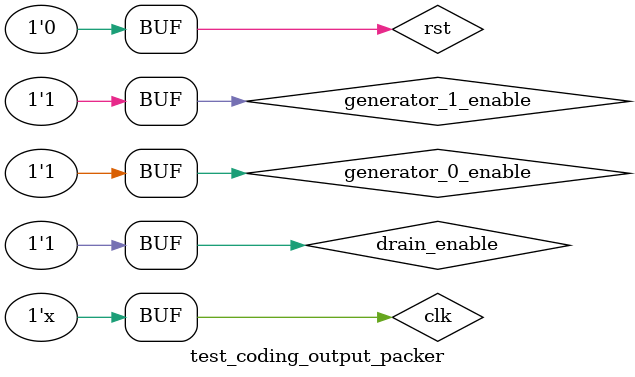
<source format=sv>
`timescale 1ns / 1ps


module test_coding_output_packer;
	parameter PERIOD=10;
	parameter DATA_WIDTH_0=39;
	parameter DATA_WIDTH_1=6;
	parameter OUT_WIDTH_LOG=5;


	
	reg clk, rst;
	
	reg generator_0_enable;
	wire gen_0_valid, gen_0_ready;
	wire[DATA_WIDTH_0-1:0] gen_0_data;
	
	reg generator_1_enable;
	wire gen_1_valid, gen_1_ready;
	wire[DATA_WIDTH_1-1:0] gen_1_data;

	helper_axis_generator #(.DATA_WIDTH(DATA_WIDTH_0), .START_AT(1), .END_AT(39)) GEN_0
		(
			.clk(clk), .rst(rst), .enable(generator_0_enable),
			.output_valid(gen_0_valid),
			.output_data(gen_0_data),
			.output_ready(gen_0_ready)
		);
		
	helper_axis_generator #(.DATA_WIDTH(DATA_WIDTH_1), .START_AT(1), .END_AT(39)) GEN_1
		(
			.clk(clk), .rst(rst), .enable(generator_1_enable),
			.output_valid(gen_1_valid),
			.output_data(gen_1_data),
			.output_ready(gen_1_ready)
		);

	wire joint_gens_valid;
	wire joint_gens_ready;
	wire [DATA_WIDTH_0 - 1:0] joint_gens_bits;
	wire [DATA_WIDTH_1 - 1:0] joint_gens_amt;

	axis_synchronizer_2 #(.DATA_WIDTH_0(DATA_WIDTH_0), .DATA_WIDTH_1(DATA_WIDTH_1)) SYNCRHONIZER
		(
			.clk(clk), .rst(rst),
			.input_0_valid(gen_0_valid),
			.input_0_ready(gen_0_ready),
			.input_0_data(gen_0_data),
			.input_1_valid(gen_1_valid),
			.input_1_ready(gen_1_ready),
			.input_1_data(gen_1_data),
			.output_valid(joint_gens_valid),
			.output_ready(joint_gens_ready),
			.output_data_0(joint_gens_bits),
			.output_data_1(joint_gens_amt)
		);


	

	reg drain_enable;
	always #(PERIOD/2) clk = ~clk;
	
	initial begin
		generator_0_enable = 0;
		generator_1_enable = 0;
		drain_enable = 0;
		clk = 0;
		rst = 1;
		#(PERIOD*2)
		#(PERIOD/2)
		rst = 0;
		generator_0_enable = 1;
		generator_1_enable = 1;
		drain_enable = 1;
	end

	wire packer_valid, packer_ready;
	wire [2**OUT_WIDTH_LOG-1:0] packer_data;

	coding_output_packer #(.CODE_WIDTH(DATA_WIDTH_0), .BIT_AMT_WIDTH(DATA_WIDTH_1), .OUTPUT_WIDTH_LOG(OUT_WIDTH_LOG)) packer
		(
			.clk(clk), .rst(rst),
			.flush(0), .flushed(),
			.input_code_data(joint_gens_bits),
			.input_length_data(joint_gens_amt),
			.input_valid(joint_gens_valid),
			.input_ready(joint_gens_ready),
			.output_data(packer_data),
			.output_valid(packer_valid),
			.output_ready(packer_ready)
		);


	helper_axis_drain #(.DATA_WIDTH(2**OUT_WIDTH_LOG)) DRAIN
		(
			.clk(clk), .rst(rst), .enable(drain_enable),
			.input_valid(packer_valid),
			.input_ready(packer_ready),
			.input_data(packer_data)
		);


endmodule

</source>
